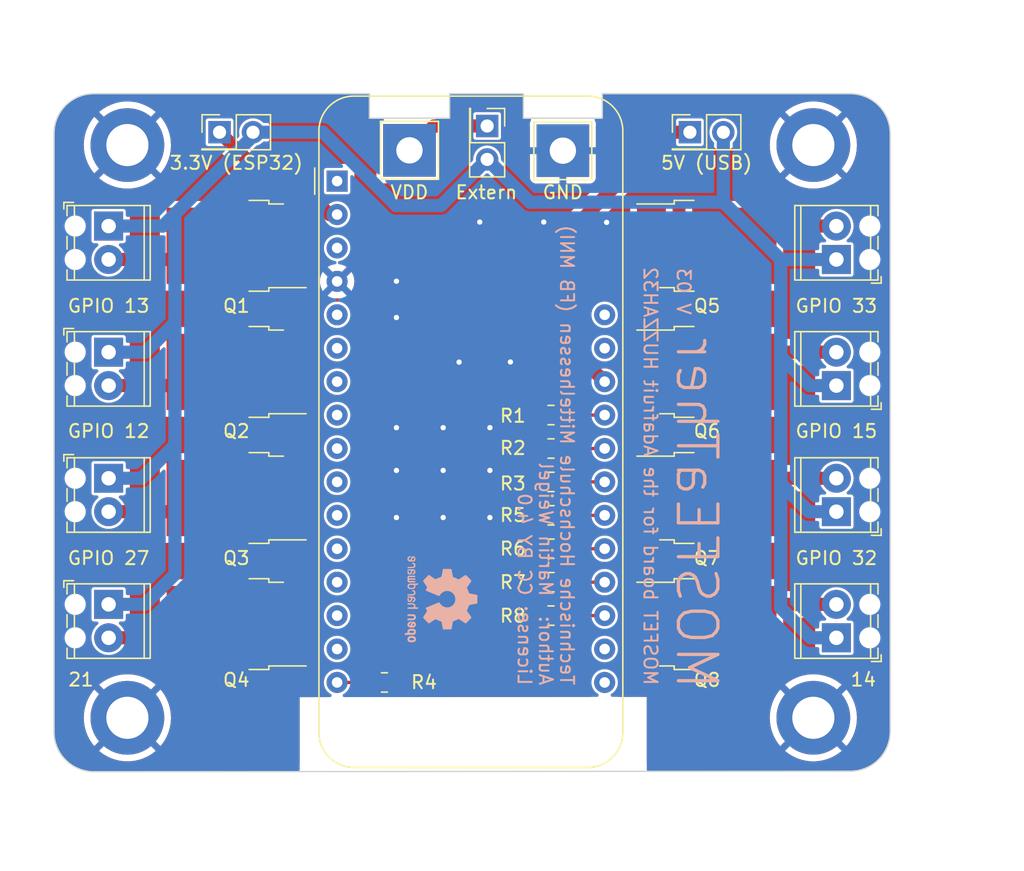
<source format=kicad_pcb>
(kicad_pcb (version 20211014) (generator pcbnew)
  (title_block (title "MOSFEaTher") (date "2022-05-07") (rev "03") (comment 1 "Author: Martin Weigel") (comment 4 "MOSFET board for the Adafruit HUZZAH32 (ESP32 Feather)"))
  (layers (0 "F.Cu" power) (31 "B.Cu" power) (34 "B.Paste" user) (35 "F.Paste" user) (36 "B.SilkS" user "B.Silkscreen") (37 "F.SilkS" user "F.Silkscreen") (38 "B.Mask" user) (39 "F.Mask" user) (44 "Edge.Cuts" user))
  (net 0 "")
  (net 2 "+3V3")
  (net 4 "GND")
  (net 16 "/PWM8")
  (net 19 "/PWM2")
  (net 20 "/PWM3")
  (net 21 "/PWM4")
  (net 22 "/PWM5")
  (net 23 "/PWM6")
  (net 24 "/PWM7")
  (net 27 "VDD")
  (net 28 "/PWM1")
  (net 29 "Net-(J1-Pad2)")
  (net 30 "Net-(J2-Pad2)")
  (net 31 "Net-(J3-Pad2)")
  (net 32 "Net-(J4-Pad2)")
  (net 33 "Net-(J5-Pad2)")
  (net 34 "Net-(J6-Pad2)")
  (net 35 "Net-(J7-Pad2)")
  (net 36 "Net-(J8-Pad2)")
  (net 37 "+5V")
  (net 38 "Net-(Q1-Pad1)")
  (net 39 "Net-(Q2-Pad1)")
  (net 40 "Net-(Q3-Pad1)")
  (net 41 "Net-(Q4-Pad1)")
  (net 42 "Net-(Q5-Pad1)")
  (net 43 "Net-(Q6-Pad1)")
  (net 44 "Net-(Q7-Pad1)")
  (net 45 "Net-(Q8-Pad1)")
  (net 46 "+12V")
  (footprint "MountingHole:MountingHole_3.2mm_M3_DIN965_Pad" (layer "F.Cu") (at 96.775 67.05)
    (fp_text reference "H1" hide)
    (fp_text value "MountingHole_Pad" hide)
    (pad "1" thru_hole circle (at 0 0) (size 5.6 5.6) (drill 3.2) (layers *.Cu *.Mask) (net 4 "GND"))
  )
  (footprint "TerminalBlock_Phoenix:TerminalBlock_Phoenix_MPT-0,5-2-2.54_1x02_P2.54mm_Horizontal" (layer "F.Cu") (at 98.525 32.22 90)
    (fp_text reference "J5" hide)
    (fp_text value "GPIO 33" (at -3.53 0 180) (layer "F.SilkS"))
    (pad "" np_thru_hole circle (at 2.54 2.54 90) (size 1.1 1.1) (drill 1.1) (layers *.Cu *.Mask))
    (pad "" np_thru_hole circle (at 0 2.54 90) (size 1.1 1.1) (drill 1.1) (layers *.Cu *.Mask))
    (pad "1" thru_hole rect (at 0 0 90) (size 2.2 2.2) (drill 1.1) (layers *.Cu *.Mask) (net 27 "VDD"))
    (pad "2" thru_hole circle (at 2.54 0 90) (size 2.2 2.2) (drill 1.1) (layers *.Cu *.Mask) (net 33 "Net-(J5-Pad2)"))
  )
  (footprint "Package_TO_SOT_SMD:TO-252-2" (layer "F.Cu") (at 88.675 40.763333)
    (fp_text reference "Q6" (at 0.025 4.5) (layer "F.SilkS"))
    (fp_text value "STD7NK40Z")
    (pad "1" smd rect (at -4.2 -2.28) (size 2.2 1.2) (layers "F.Cu" "F.Paste" "F.Mask") (net 43 "Net-(Q6-Pad1)"))
    (pad "2" smd rect (at 2.1 0) (size 6.4 5.8) (layers "F.Cu" "F.Mask") (net 34 "Net-(J6-Pad2)"))
    (pad "3" smd rect (at -4.2 2.28) (size 2.2 1.2) (layers "F.Cu" "F.Paste" "F.Mask") (net 4 "GND"))
  )
  (footprint "Resistor_SMD:R_0805_2012Metric_Pad1.20x1.40mm_HandSolder" (layer "F.Cu") (at 76.85 44.0436 180)
    (fp_text reference "R1" (at 2.9 -0.0564) (layer "F.SilkS"))
    (fp_text value "470")
    (pad "1" smd roundrect (at -1 0 180) (size 1.2 1.4) (layers "F.Cu" "F.Paste" "F.Mask") (roundrect_rratio 0.208333) (net 24 "/PWM7"))
    (pad "2" smd roundrect (at 1 0 180) (size 1.2 1.4) (layers "F.Cu" "F.Paste" "F.Mask") (roundrect_rratio 0.208333) (net 38 "Net-(Q1-Pad1)"))
  )
  (footprint "TerminalBlock_Phoenix:TerminalBlock_Phoenix_MPT-0,5-2-2.54_1x02_P2.54mm_Horizontal" (layer "F.Cu") (at 98.525 51.386666 90)
    (fp_text reference "J7" hide)
    (fp_text value "GPIO 32" (at -3.53 0 180) (layer "F.SilkS"))
    (pad "" np_thru_hole circle (at 0 2.54 90) (size 1.1 1.1) (drill 1.1) (layers *.Cu *.Mask))
    (pad "" np_thru_hole circle (at 2.54 2.54 90) (size 1.1 1.1) (drill 1.1) (layers *.Cu *.Mask))
    (pad "1" thru_hole rect (at 0 0 90) (size 2.2 2.2) (drill 1.1) (layers *.Cu *.Mask) (net 27 "VDD"))
    (pad "2" thru_hole circle (at 2.54 0 90) (size 2.2 2.2) (drill 1.1) (layers *.Cu *.Mask) (net 35 "Net-(J7-Pad2)"))
  )
  (footprint "TerminalBlock_Phoenix:TerminalBlock_Phoenix_MPT-0,5-2-2.54_1x02_P2.54mm_Horizontal" (layer "F.Cu") (at 98.525 60.97 90)
    (fp_text reference "J8" hide)
    (fp_text value "14" (at -3.18 2.05 180) (layer "F.SilkS"))
    (pad "" np_thru_hole circle (at 0 2.54 90) (size 1.1 1.1) (drill 1.1) (layers *.Cu *.Mask))
    (pad "" np_thru_hole circle (at 2.54 2.54 90) (size 1.1 1.1) (drill 1.1) (layers *.Cu *.Mask))
    (pad "1" thru_hole rect (at 0 0 90) (size 2.2 2.2) (drill 1.1) (layers *.Cu *.Mask) (net 27 "VDD"))
    (pad "2" thru_hole circle (at 2.54 0 90) (size 2.2 2.2) (drill 1.1) (layers *.Cu *.Mask) (net 36 "Net-(J8-Pad2)"))
  )
  (footprint "Module:Adafruit_Feather" (layer "F.Cu") (at 60.6044 26.2636)
    (fp_text reference "A1" hide)
    (fp_text value "Feather_HUZZAH32" hide)
    (pad "1" thru_hole rect locked (at 0 0 180) (size 1.6 1.6) (drill 0.8) (layers *.Cu *.Mask))
    (pad "2" thru_hole circle locked (at 0 2.54 180) (size 1.6 1.6) (drill 0.8) (layers *.Cu *.Mask) (net 2 "+3V3"))
    (pad "3" thru_hole circle locked (at 0 5.08 180) (size 1.6 1.6) (drill 0.8) (layers *.Cu *.Mask))
    (pad "4" thru_hole circle locked (at 0 7.62 180) (size 1.6 1.6) (drill 0.8) (layers *.Cu *.Mask) (net 4 "GND"))
    (pad "5" thru_hole circle locked (at 0 10.16 180) (size 1.6 1.6) (drill 0.8) (layers *.Cu *.Mask))
    (pad "6" thru_hole circle locked (at 0 12.7 180) (size 1.6 1.6) (drill 0.8) (layers *.Cu *.Mask))
    (pad "7" thru_hole circle locked (at 0 15.24 180) (size 1.6 1.6) (drill 0.8) (layers *.Cu *.Mask))
    (pad "8" thru_hole circle locked (at 0 17.78 180) (size 1.6 1.6) (drill 0.8) (layers *.Cu *.Mask))
    (pad "9" thru_hole circle locked (at 0 20.32 180) (size 1.6 1.6) (drill 0.8) (layers *.Cu *.Mask))
    (pad "10" thru_hole circle locked (at 0 22.86 180) (size 1.6 1.6) (drill 0.8) (layers *.Cu *.Mask))
    (pad "11" thru_hole circle locked (at 0 25.4 180) (size 1.6 1.6) (drill 0.8) (layers *.Cu *.Mask))
    (pad "12" thru_hole circle locked (at 0 27.94 180) (size 1.6 1.6) (drill 0.8) (layers *.Cu *.Mask))
    (pad "13" thru_hole circle locked (at 0 30.48 180) (size 1.6 1.6) (drill 0.8) (layers *.Cu *.Mask))
    (pad "14" thru_hole circle locked (at 0 33.02 180) (size 1.6 1.6) (drill 0.8) (layers *.Cu *.Mask))
    (pad "15" thru_hole circle locked (at 0 35.56 180) (size 1.6 1.6) (drill 0.8) (layers *.Cu *.Mask))
    (pad "16" thru_hole circle locked (at 0 38.1 180) (size 1.6 1.6) (drill 0.8) (layers *.Cu *.Mask) (net 16 "/PWM8"))
    (pad "17" thru_hole circle locked (at 20.32 38.1 180) (size 1.6 1.6) (drill 0.8) (layers *.Cu *.Mask))
    (pad "18" thru_hole circle locked (at 20.32 35.56 180) (size 1.6 1.6) (drill 0.8) (layers *.Cu *.Mask))
    (pad "19" thru_hole circle locked (at 20.32 33.02 180) (size 1.6 1.6) (drill 0.8) (layers *.Cu *.Mask) (net 28 "/PWM1"))
    (pad "20" thru_hole circle locked (at 20.32 30.48 180) (size 1.6 1.6) (drill 0.8) (layers *.Cu *.Mask) (net 19 "/PWM2"))
    (pad "21" thru_hole circle locked (at 20.32 27.94 180) (size 1.6 1.6) (drill 0.8) (layers *.Cu *.Mask) (net 20 "/PWM3"))
    (pad "22" thru_hole circle locked (at 20.32 25.4 180) (size 1.6 1.6) (drill 0.8) (layers *.Cu *.Mask) (net 21 "/PWM4"))
    (pad "23" thru_hole circle locked (at 20.32 22.86 180) (size 1.6 1.6) (drill 0.8) (layers *.Cu *.Mask) (net 22 "/PWM5"))
    (pad "24" thru_hole circle locked (at 20.32 20.32 180) (size 1.6 1.6) (drill 0.8) (layers *.Cu *.Mask) (net 23 "/PWM6"))
    (pad "25" thru_hole circle locked (at 20.32 17.78 180) (size 1.6 1.6) (drill 0.8) (layers *.Cu *.Mask) (net 24 "/PWM7"))
    (pad "26" thru_hole circle locked (at 20.32 15.24 180) (size 1.6 1.6) (drill 0.8) (layers *.Cu *.Mask) (net 37 "+5V"))
    (pad "27" thru_hole circle locked (at 20.32 12.7 180) (size 1.6 1.6) (drill 0.8) (layers *.Cu *.Mask))
    (pad "28" thru_hole circle locked (at 20.32 10.16 180) (size 1.6 1.6) (drill 0.8) (layers *.Cu *.Mask))
  )
  (footprint "Package_TO_SOT_SMD:TO-252-2" (layer "F.Cu") (at 88.675 50.346666)
    (fp_text reference "Q7" (at 0.025 4.57) (layer "F.SilkS"))
    (fp_text value "STD7NK40Z")
    (pad "1" smd rect (at -4.2 -2.28) (size 2.2 1.2) (layers "F.Cu" "F.Paste" "F.Mask") (net 44 "Net-(Q7-Pad1)"))
    (pad "2" smd rect (at 2.1 0) (size 6.4 5.8) (layers "F.Cu" "F.Mask") (net 35 "Net-(J7-Pad2)"))
    (pad "3" smd rect (at -4.2 2.28) (size 2.2 1.2) (layers "F.Cu" "F.Paste" "F.Mask") (net 4 "GND"))
  )
  (footprint "Resistor_SMD:R_0805_2012Metric_Pad1.20x1.40mm_HandSolder" (layer "F.Cu") (at 76.85 46.5836 180)
    (fp_text reference "R2" (at 2.9 0.0336) (layer "F.SilkS"))
    (fp_text value "470")
    (pad "1" smd roundrect (at -1 0 180) (size 1.2 1.4) (layers "F.Cu" "F.Paste" "F.Mask") (roundrect_rratio 0.208333) (net 23 "/PWM6"))
    (pad "2" smd roundrect (at 1 0 180) (size 1.2 1.4) (layers "F.Cu" "F.Paste" "F.Mask") (roundrect_rratio 0.208333) (net 39 "Net-(Q2-Pad1)"))
  )
  (footprint "MountingHole:MountingHole_3.2mm_M3_DIN965_Pad" (layer "F.Cu") (at 44.675 67.05)
    (fp_text reference "H2" hide)
    (fp_text value "MountingHole_Pad" hide)
    (pad "1" thru_hole circle (at 0 0) (size 5.6 5.6) (drill 3.2) (layers *.Cu *.Mask) (net 4 "GND"))
  )
  (footprint "TerminalBlock_Phoenix:TerminalBlock_Phoenix_MPT-0,5-2-2.54_1x02_P2.54mm_Horizontal" (layer "F.Cu") (at 43.25 39.263333 -90)
    (fp_text reference "J2" hide)
    (fp_text value "GPIO 12" (at 6 0 180) (layer "F.SilkS"))
    (pad "" np_thru_hole circle (at 0 2.54 270) (size 1.1 1.1) (drill 1.1) (layers *.Cu *.Mask))
    (pad "" np_thru_hole circle (at 2.54 2.54 270) (size 1.1 1.1) (drill 1.1) (layers *.Cu *.Mask))
    (pad "1" thru_hole rect (at 0 0 270) (size 2.2 2.2) (drill 1.1) (layers *.Cu *.Mask) (net 27 "VDD"))
    (pad "2" thru_hole circle (at 2.54 0 270) (size 2.2 2.2) (drill 1.1) (layers *.Cu *.Mask) (net 30 "Net-(J2-Pad2)"))
  )
  (footprint "TestPoint:TestPoint_THTPad_4.0x4.0mm_Drill2.0mm" (layer "F.Cu") (at 77.75 23.95)
    (fp_text reference "H6" hide)
    (fp_text value "GND" (at 0 3.17 180) (layer "F.SilkS"))
    (pad "1" thru_hole rect (at 0 0) (size 4 4) (drill 2) (layers *.Cu *.Mask) (net 4 "GND"))
  )
  (footprint "MountingHole:MountingHole_3.2mm_M3_DIN965_Pad" (layer "F.Cu") (at 96.775 23.525)
    (fp_text reference "H3" hide)
    (fp_text value "MountingHole_Pad" hide)
    (pad "1" thru_hole circle (at 0 0) (size 5.6 5.6) (drill 3.2) (layers *.Cu *.Mask) (net 4 "GND"))
  )
  (footprint "Resistor_SMD:R_0805_2012Metric_Pad1.20x1.40mm_HandSolder" (layer "F.Cu") (at 76.85 49.1236 180)
    (fp_text reference "R3" (at 2.9 -0.1264) (layer "F.SilkS"))
    (fp_text value "470")
    (pad "1" smd roundrect (at -1 0 180) (size 1.2 1.4) (layers "F.Cu" "F.Paste" "F.Mask") (roundrect_rratio 0.208333) (net 22 "/PWM5"))
    (pad "2" smd roundrect (at 1 0 180) (size 1.2 1.4) (layers "F.Cu" "F.Paste" "F.Mask") (roundrect_rratio 0.208333) (net 40 "Net-(Q3-Pad1)"))
  )
  (footprint "Connector_PinHeader_2.54mm:PinHeader_2x01_P2.54mm_Vertical" (layer "F.Cu") (at 87.4 22.55)
    (fp_text reference "JP2" hide)
    (fp_text value "5V (USB)" (at 1.27 2.33) (layer "F.SilkS"))
    (pad "1" thru_hole rect (at 0 0) (size 1.7 1.7) (drill 1) (layers *.Cu *.Mask) (net 37 "+5V"))
    (pad "2" thru_hole oval (at 2.54 0) (size 1.7 1.7) (drill 1) (layers *.Cu *.Mask) (net 27 "VDD"))
  )
  (footprint "MountingHole:MountingHole_3.2mm_M3_DIN965_Pad" (layer "F.Cu") (at 44.675 23.525)
    (fp_text reference "H4" hide)
    (fp_text value "MountingHole_Pad" hide)
    (pad "1" thru_hole circle (at 0 0) (size 5.6 5.6) (drill 3.2) (layers *.Cu *.Mask) (net 4 "GND"))
  )
  (footprint "Connector_PinHeader_2.54mm:PinHeader_2x01_P2.54mm_Vertical" (layer "F.Cu") (at 72 22.075 -90)
    (fp_text reference "JP3" hide)
    (fp_text value "Extern" (at 5.045 0.06 180) (layer "F.SilkS"))
    (pad "1" thru_hole rect (at 0 0 270) (size 1.7 1.7) (drill 1) (layers *.Cu *.Mask) (net 46 "+12V"))
    (pad "2" thru_hole oval (at 2.54 0 270) (size 1.7 1.7) (drill 1) (layers *.Cu *.Mask) (net 27 "VDD"))
  )
  (footprint "Resistor_SMD:R_0805_2012Metric_Pad1.20x1.40mm_HandSolder" (layer "F.Cu") (at 64.2 64.3636)
    (fp_text reference "R4" (at 3 -0.0136) (layer "F.SilkS"))
    (fp_text value "470")
    (pad "1" smd roundrect (at -1 0) (size 1.2 1.4) (layers "F.Cu" "F.Paste" "F.Mask") (roundrect_rratio 0.208333) (net 16 "/PWM8"))
    (pad "2" smd roundrect (at 1 0) (size 1.2 1.4) (layers "F.Cu" "F.Paste" "F.Mask") (roundrect_rratio 0.208333) (net 41 "Net-(Q4-Pad1)"))
  )
  (footprint "Resistor_SMD:R_0805_2012Metric_Pad1.20x1.40mm_HandSolder" (layer "F.Cu") (at 76.85 54.2036 180)
    (fp_text reference "R6" (at 2.9 0.0036) (layer "F.SilkS"))
    (fp_text value "470")
    (pad "1" smd roundrect (at -1 0 180) (size 1.2 1.4) (layers "F.Cu" "F.Paste" "F.Mask") (roundrect_rratio 0.208333) (net 20 "/PWM3"))
    (pad "2" smd roundrect (at 1 0 180) (size 1.2 1.4) (layers "F.Cu" "F.Paste" "F.Mask") (roundrect_rratio 0.208333) (net 43 "Net-(Q6-Pad1)"))
  )
  (footprint "Package_TO_SOT_SMD:TO-252-2" (layer "F.Cu") (at 52.95 31.18 180)
    (fp_text reference "Q1" (at 0 -4.57) (layer "F.SilkS"))
    (fp_text value "STD7NK40Z")
    (pad "1" smd rect (at -4.2 -2.28 180) (size 2.2 1.2) (layers "F.Cu" "F.Paste" "F.Mask") (net 38 "Net-(Q1-Pad1)"))
    (pad "2" smd rect (at 2.1 0 180) (size 6.4 5.8) (layers "F.Cu" "F.Mask") (net 29 "Net-(J1-Pad2)"))
    (pad "3" smd rect (at -4.2 2.28 180) (size 2.2 1.2) (layers "F.Cu" "F.Paste" "F.Mask") (net 4 "GND"))
  )
  (footprint "Package_TO_SOT_SMD:TO-252-2" (layer "F.Cu") (at 88.675 31.18)
    (fp_text reference "Q5" (at 0.025 4.57) (layer "F.SilkS"))
    (fp_text value "STD7NK40Z")
    (pad "1" smd rect (at -4.2 -2.28) (size 2.2 1.2) (layers "F.Cu" "F.Paste" "F.Mask") (net 42 "Net-(Q5-Pad1)"))
    (pad "2" smd rect (at 2.1 0) (size 6.4 5.8) (layers "F.Cu" "F.Mask") (net 33 "Net-(J5-Pad2)"))
    (pad "3" smd rect (at -4.2 2.28) (size 2.2 1.2) (layers "F.Cu" "F.Paste" "F.Mask") (net 4 "GND"))
  )
  (footprint "TerminalBlock_Phoenix:TerminalBlock_Phoenix_MPT-0,5-2-2.54_1x02_P2.54mm_Horizontal" (layer "F.Cu") (at 43.25 29.68 -90)
    (fp_text reference "J1" hide)
    (fp_text value "GPIO 13" (at 6.07 0 unlocked) (layer "F.SilkS"))
    (pad "" np_thru_hole circle (at 0 2.54 270) (size 1.1 1.1) (drill 1.1) (layers *.Cu *.Mask))
    (pad "" np_thru_hole circle (at 2.54 2.54 270) (size 1.1 1.1) (drill 1.1) (layers *.Cu *.Mask))
    (pad "1" thru_hole rect (at 0 0 270) (size 2.2 2.2) (drill 1.1) (layers *.Cu *.Mask) (net 27 "VDD"))
    (pad "2" thru_hole circle (at 2.54 0 270) (size 2.2 2.2) (drill 1.1) (layers *.Cu *.Mask) (net 29 "Net-(J1-Pad2)"))
  )
  (footprint "Resistor_SMD:R_0805_2012Metric_Pad1.20x1.40mm_HandSolder" (layer "F.Cu") (at 76.85 51.6636 180)
    (fp_text reference "R5" (at 2.9 0.0136) (layer "F.SilkS"))
    (fp_text value "470")
    (pad "1" smd roundrect (at -1 0 180) (size 1.2 1.4) (layers "F.Cu" "F.Paste" "F.Mask") (roundrect_rratio 0.208333) (net 21 "/PWM4"))
    (pad "2" smd roundrect (at 1 0 180) (size 1.2 1.4) (layers "F.Cu" "F.Paste" "F.Mask") (roundrect_rratio 0.208333) (net 42 "Net-(Q5-Pad1)"))
  )
  (footprint "Resistor_SMD:R_0805_2012Metric_Pad1.20x1.40mm_HandSolder" (layer "F.Cu") (at 76.85 56.7436 180)
    (fp_text reference "R7" (at 2.9 -0.0064) (layer "F.SilkS"))
    (fp_text value "470")
    (pad "1" smd roundrect (at -1 0 180) (size 1.2 1.4) (layers "F.Cu" "F.Paste" "F.Mask") (roundrect_rratio 0.208333) (net 19 "/PWM2"))
    (pad "2" smd roundrect (at 1 0 180) (size 1.2 1.4) (layers "F.Cu" "F.Paste" "F.Mask") (roundrect_rratio 0.208333) (net 44 "Net-(Q7-Pad1)"))
  )
  (footprint "Package_TO_SOT_SMD:TO-252-2" (layer "F.Cu") (at 52.95 50.346666 180)
    (fp_text reference "Q3" (at 0 -4.57) (layer "F.SilkS"))
    (fp_text value "STD7NK40Z")
    (pad "1" smd rect (at -4.2 -2.28 180) (size 2.2 1.2) (layers "F.Cu" "F.Paste" "F.Mask") (net 40 "Net-(Q3-Pad1)"))
    (pad "2" smd rect (at 2.1 0 180) (size 6.4 5.8) (layers "F.Cu" "F.Mask") (net 31 "Net-(J3-Pad2)"))
    (pad "3" smd rect (at -4.2 2.28 180) (size 2.2 1.2) (layers "F.Cu" "F.Paste" "F.Mask") (net 4 "GND"))
  )
  (footprint "TestPoint:TestPoint_THTPad_4.0x4.0mm_Drill2.0mm" (layer "F.Cu") (at 66.1 23.925)
    (fp_text reference "H5" hide)
    (fp_text value "VDD" (at 0 3.195) (layer "F.SilkS"))
    (pad "1" thru_hole rect locked (at 0 0) (size 4 4) (drill 2) (layers *.Cu *.Mask) (net 46 "+12V"))
  )
  (footprint "Package_TO_SOT_SMD:TO-252-2" (layer "F.Cu") (at 52.95 59.93 180)
    (fp_text reference "Q4" (at 0 -4.245) (layer "F.SilkS"))
    (fp_text value "STD7NK40Z")
    (pad "1" smd rect (at -4.2 -2.28 180) (size 2.2 1.2) (layers "F.Cu" "F.Paste" "F.Mask") (net 41 "Net-(Q4-Pad1)"))
    (pad "2" smd rect (at 2.1 0 180) (size 6.4 5.8) (layers "F.Cu" "F.Mask") (net 32 "Net-(J4-Pad2)"))
    (pad "3" smd rect (at -4.2 2.28 180) (size 2.2 1.2) (layers "F.Cu" "F.Paste" "F.Mask") (net 4 "GND"))
  )
  (footprint "Package_TO_SOT_SMD:TO-252-2" (layer "F.Cu") (at 52.95 40.763333 180)
    (fp_text reference "Q2" (at 0 -4.5) (layer "F.SilkS"))
    (fp_text value "STD7NK40Z")
    (pad "1" smd rect (at -4.2 -2.28 180) (size 2.2 1.2) (layers "F.Cu" "F.Paste" "F.Mask") (net 39 "Net-(Q2-Pad1)"))
    (pad "2" smd rect (at 2.1 0 180) (size 6.4 5.8) (layers "F.Cu" "F.Mask") (net 30 "Net-(J2-Pad2)"))
    (pad "3" smd rect (at -4.2 2.28 180) (size 2.2 1.2) (layers "F.Cu" "F.Paste" "F.Mask") (net 4 "GND"))
  )
  (footprint "Connector_PinHeader_2.54mm:PinHeader_2x01_P2.54mm_Vertical" (layer "F.Cu") (at 51.675 22.55)
    (fp_text reference "JP1" hide)
    (fp_text value "3.3V (ESP32)" (at 1.27 2.33) (layer "F.SilkS"))
    (pad "1" thru_hole rect (at 0 0) (size 1.7 1.7) (drill 1) (layers *.Cu *.Mask) (net 2 "+3V3"))
    (pad "2" thru_hole oval (at 2.54 0) (size 1.7 1.7) (drill 1) (layers *.Cu *.Mask) (net 27 "VDD"))
  )
  (footprint "Package_TO_SOT_SMD:TO-252-2" (layer "F.Cu") (at 88.675 59.93)
    (fp_text reference "Q8" (at 0.025 4.245) (layer "F.SilkS"))
    (fp_text value "STD7NK40Z")
    (pad "1" smd rect (at -4.2 -2.28) (size 2.2 1.2) (layers "F.Cu" "F.Paste" "F.Mask") (net 45 "Net-(Q8-Pad1)"))
    (pad "2" smd rect (at 2.1 0) (size 6.4 5.8) (layers "F.Cu" "F.Mask") (net 36 "Net-(J8-Pad2)"))
    (pad "3" smd rect (at -4.2 2.28) (size 2.2 1.2) (layers "F.Cu" "F.Paste" "F.Mask") (net 4 "GND"))
  )
  (footprint "TerminalBlock_Phoenix:TerminalBlock_Phoenix_MPT-0,5-2-2.54_1x02_P2.54mm_Horizontal" (layer "F.Cu") (at 43.25 58.43 -90)
    (fp_text reference "J4" hide)
    (fp_text value "21" (at 5.72 2.1 180) (layer "F.SilkS"))
    (pad "" np_thru_hole circle (at 0 2.54 270) (size 1.1 1.1) (drill 1.1) (layers *.Cu *.Mask))
    (pad "" np_thru_hole circle (at 2.54 2.54 270) (size 1.1 1.1) (drill 1.1) (layers *.Cu *.Mask))
    (pad "1" thru_hole rect (at 0 0 270) (size 2.2 2.2) (drill 1.1) (layers *.Cu *.Mask) (net 27 "VDD"))
    (pad "2" thru_hole circle (at 2.54 0 270) (size 2.2 2.2) (drill 1.1) (layers *.Cu *.Mask) (net 32 "Net-(J4-Pad2)"))
  )
  (footprint "TerminalBlock_Phoenix:TerminalBlock_Phoenix_MPT-0,5-2-2.54_1x02_P2.54mm_Horizontal" (layer "F.Cu") (at 43.25 48.846666 -90)
    (fp_text reference "J3" hide)
    (fp_text value "GPIO 27" (at 6.07 0 180) (layer "F.SilkS"))
    (pad "" np_thru_hole circle (at 2.54 2.54 270) (size 1.1 1.1) (drill 1.1) (layers *.Cu *.Mask))
    (pad "" np_thru_hole circle (at 0 2.54 270) (size 1.1 1.1) (drill 1.1) (layers *.Cu *.Mask))
    (pad "1" thru_hole rect (at 0 0 270) (size 2.2 2.2) (drill 1.1) (layers *.Cu *.Mask) (net 27 "VDD"))
    (pad "2" thru_hole circle (at 2.54 0 270) (size 2.2 2.2) (drill 1.1) (layers *.Cu *.Mask) (net 31 "Net-(J3-Pad2)"))
  )
  (footprint "Resistor_SMD:R_0805_2012Metric_Pad1.20x1.40mm_HandSolder" (layer "F.Cu") (at 76.85 59.2836 180)
    (fp_text reference "R8" (at 2.9 -0.0164) (layer "F.SilkS"))
    (fp_text value "470")
    (pad "1" smd roundrect (at -1 0 180) (size 1.2 1.4) (layers "F.Cu" "F.Paste" "F.Mask") (roundrect_rratio 0.208333) (net 28 "/PWM1"))
    (pad "2" smd roundrect (at 1 0 180) (size 1.2 1.4) (layers "F.Cu" "F.Paste" "F.Mask") (roundrect_rratio 0.208333) (net 45 "Net-(Q8-Pad1)"))
  )
  (footprint "TerminalBlock_Phoenix:TerminalBlock_Phoenix_MPT-0,5-2-2.54_1x02_P2.54mm_Horizontal" (layer "F.Cu") (at 98.525 41.803333 90)
    (fp_text reference "J6" hide)
    (fp_text value "GPIO 15" (at -3.46 0 180) (layer "F.SilkS"))
    (pad "" np_thru_hole circle (at 2.54 2.54 90) (size 1.1 1.1) (drill 1.1) (layers *.Cu *.Mask))
    (pad "" np_thru_hole circle (at 0 2.54 90) (size 1.1 1.1) (drill 1.1) (layers *.Cu *.Mask))
    (pad "1" thru_hole rect (at 0 0 90) (size 2.2 2.2) (drill 1.1) (layers *.Cu *.Mask) (net 27 "VDD"))
    (pad "2" thru_hole circle (at 2.54 0 90) (size 2.2 2.2) (drill 1.1) (layers *.Cu *.Mask) (net 34 "Net-(J6-Pad2)"))
  )
  (footprint "Symbol:OSHW-Logo2_7.3x6mm_SilkScreen" (layer "B.Cu") (at 68.5 58.036021 90)
    (fp_text reference "REF**" hide)
    (fp_text value "OSHW-Logo2_7.3x6mm_SilkScreen" hide)
  )
  (gr_arc (start 42.1 71.1454) (mid 39.964308 70.23202) (end 39.1 68.076002) (layer "Edge.Cuts") (width 0.1))
  (gr_line (start 74.75 19.620926) (end 69.15 19.620926) (layer "Edge.Cuts") (width 0.1))
  (gr_line (start 69.15 21.479074) (end 63.058148 21.479074) (layer "Edge.Cuts") (width 0.1))
  (gr_line (start 63.058148 19.622296) (end 63.058148 21.479074) (layer "Edge.Cuts") (width 0.1))
  (gr_line (start 80.741852 19.622296) (end 99.614308 19.622296) (layer "Edge.Cuts") (width 0.1))
  (gr_line (start 74.75 19.620926) (end 74.75 21.479074) (layer "Edge.Cuts") (width 0.1))
  (gr_arc (start 39.099804 22.622296) (mid 40.013184 20.486604) (end 42.169202 19.622296) (layer "Edge.Cuts") (width 0.1))
  (gr_arc (start 102.614506 68.109724) (mid 101.701126 70.245416) (end 99.545108 71.109724) (layer "Edge.Cuts") (width 0.1))
  (gr_line (start 80.741852 19.622296) (end 80.741852 21.479074) (layer "Edge.Cuts") (width 0.1))
  (gr_line (start 99.545108 71.109724) (end 42.1 71.1454) (layer "Edge.Cuts") (width 0.1))
  (gr_line (start 39.1 68.076002) (end 39.099804 22.622296) (layer "Edge.Cuts") (width 0.1))
  (gr_line (start 42.169202 19.622296) (end 63.058148 19.622296) (layer "Edge.Cuts") (width 0.1))
  (gr_line (start 80.741852 21.479074) (end 74.75 21.479074) (layer "Edge.Cuts") (width 0.1))
  (gr_arc (start 99.614308 19.622296) (mid 101.75 20.535676) (end 102.614308 22.691694) (layer "Edge.Cuts") (width 0.1))
  (gr_line (start 102.614308 22.691694) (end 102.614506 68.109724) (layer "Edge.Cuts") (width 0.1))
  (gr_line (start 69.15 19.620926) (end 69.15 21.479074) (layer "Edge.Cuts") (width 0.1))
  (gr_text "V 03" (at 86.925 36.505572 270) (layer "B.SilkS") (effects (font (size 1 1)) (justify left mirror)))
  (gr_text "MOSFET board for the Adafruit HUZZAH32" (at 84.4 64.661021 270) (layer "B.SilkS") (effects (font (size 1 1)) (justify left mirror)))
  (gr_text "Technische Hochschule Mittelhessen (FB MNI)\nAuthor:  Martin Weigel\nLicense: CC BY 4.0" (at 76.45 64.661021 270) (layer "B.SilkS") (effects (font (size 1 1)) (justify left mirror)))
  (gr_text "MOSFEaTher" (at 87.9 65.111021 270) (layer "B.SilkS") (effects (font (size 3 3) (thickness 0.25)) (justify left mirror)))
  (segment (start 55.854889 26.729889) (end 57.954889 26.729889) (width 1) (layer "F.Cu") (net 2))
  (segment (start 60.0286 28.8036) (end 60.6044 28.8036) (width 1) (layer "F.Cu") (net 2))
  (segment (start 51.675 22.55) (end 55.854889 26.729889) (width 1) (layer "F.Cu") (net 2))
  (segment (start 57.954889 26.729889) (end 60.0286 28.8036) (width 1) (layer "F.Cu") (net 2))
  (via (at 76.298579 29.375) (size 0.8) (drill 0.4) (layers "F.Cu" "B.Cu") (net 4))
  (via (at 68.66 51.83) (size 0.8) (drill 0.4) (layers "F.Cu" "B.Cu") (net 4))
  (via (at 68.66 45) (size 0.8) (drill 0.4) (layers "F.Cu" "B.Cu") (net 4))
  (via (at 68.66 48.25) (size 0.8) (drill 0.4) (layers "F.Cu" "B.Cu") (net 4))
  (via (at 69.87 40.02) (size 0.8) (drill 0.4) (layers "F.Cu" "B.Cu") (net 4))
  (via (at 72.21 48.25) (size 0.8) (drill 0.4) (layers "F.Cu" "B.Cu") (net 4))
  (via (at 65.11 51.83) (size 0.8) (drill 0.4) (layers "F.Cu" "B.Cu") (net 4))
  (via (at 72.21 45) (size 0.8) (drill 0.4) (layers "F.Cu" "B.Cu") (net 4))
  (via (at 65.11 45) (size 0.8) (drill 0.4) (layers "F.Cu" "B.Cu") (net 4))
  (via (at 71.43827 29.375) (size 0.8) (drill 0.4) (layers "F.Cu" "B.Cu") (net 4))
  (via (at 65.11 33.87) (size 0.8) (drill 0.4) (layers "F.Cu" "B.Cu") (net 4))
  (via (at 73.766822 40.01) (size 0.8) (drill 0.4) (layers "F.Cu" "B.Cu") (net 4))
  (via (at 72.21 51.83) (size 0.8) (drill 0.4) (layers "F.Cu" "B.Cu") (net 4))
  (via (at 81.075 29.4) (size 0.8) (drill 0.4) (layers "F.Cu" "B.Cu") (net 4))
  (via (at 65.11 48.25) (size 0.8) (drill 0.4) (layers "F.Cu" "B.Cu") (net 4))
  (via (at 65.11 36.63) (size 0.8) (drill 0.4) (layers "F.Cu" "B.Cu") (net 4))
  (segment (start 60.6044 64.3636) (end 63.2 64.3636) (width 0.25) (layer "F.Cu") (net 16))
  (segment (start 80.9244 56.7436) (end 77.85 56.7436) (width 0.25) (layer "F.Cu") (net 19))
  (segment (start 80.9244 54.2036) (end 77.85 54.2036) (width 0.25) (layer "F.Cu") (net 20))
  (segment (start 80.9244 51.6636) (end 77.85 51.6636) (width 0.25) (layer "F.Cu") (net 21))
  (segment (start 80.9244 49.1236) (end 77.85 49.1236) (width 0.25) (layer "F.Cu") (net 22))
  (segment (start 80.9244 46.5836) (end 77.85 46.5836) (width 0.25) (layer "F.Cu") (net 23))
  (segment (start 80.9244 44.0436) (end 77.85 44.0436) (width 0.25) (layer "F.Cu") (net 24))
  (segment (start 94.295 49.245) (end 96.436666 51.386666) (width 1) (layer "B.Cu") (net 27))
  (segment (start 94.295 39.595) (end 96.503333 41.803333) (width 1) (layer "B.Cu") (net 27))
  (segment (start 48.287081 28.762919) (end 47.37 29.68) (width 1) (layer "B.Cu") (net 27))
  (segment (start 48.287081 35.962919) (end 48.287081 28.762919) (width 1) (layer "B.Cu") (net 27))
  (segment (start 48.287081 28.762919) (end 54.215 22.835) (width 1) (layer "B.Cu") (net 27))
  (segment (start 94.295 37.895) (end 94.295 39.595) (width 1) (layer "B.Cu") (net 27))
  (segment (start 48.287081 46.312919) (end 45.753334 48.846666) (width 1) (layer "B.Cu") (net 27))
  (segment (start 48.287081 35.962919) (end 48.287081 44.237919) (width 1) (layer "B.Cu") (net 27))
  (segment (start 94.295 37.895) (end 94.295 48.57) (width 1) (layer "B.Cu") (net 27))
  (segment (start 48.287081 44.237919) (end 48.287081 56.137919) (width 1) (layer "B.Cu") (net 27))
  (segment (start 48.287081 44.237919) (end 48.287081 46.312919) (width 1) (layer "B.Cu") (net 27))
  (segment (start 94.295 58.695) (end 96.57 60.97) (width 1) (layer "B.Cu") (net 27))
  (segment (start 75.25 27.865) (end 72 24.615) (width 1) (layer "B.Cu") (net 27))
  (segment (start 68.495 28.12) (end 72 24.615) (width 1) (layer "B.Cu") (net 27))
  (segment (start 96.57 60.97) (end 98.525 60.97) (width 1) (layer "B.Cu") (net 27))
  (segment (start 65.09 28.12) (end 68.495 28.12) (width 1) (layer "B.Cu") (net 27))
  (segment (start 48.287081 56.137919) (end 45.995 58.43) (width 1) (layer "B.Cu") (net 27))
  (segment (start 94.295 32.22) (end 98.525 32.22) (width 1) (layer "B.Cu") (net 27))
  (segment (start 48.287081 37.012919) (end 46.036667 39.263333) (width 1) (layer "B.Cu") (net 27))
  (segment (start 89.94 27.865) (end 94.295 32.22) (width 1) (layer "B.Cu") (net 27))
  (segment (start 54.215 22.55) (end 59.52 22.55) (width 1) (layer "B.Cu") (net 27))
  (segment (start 96.503333 41.803333) (end 98.525 41.803333) (width 1) (layer "B.Cu") (net 27))
  (segment (start 47.37 29.68) (end 43.25 29.68) (width 1) (layer "B.Cu") (net 27))
  (segment (start 45.753334 48.846666) (end 43.25 48.846666) (width 1) (layer "B.Cu") (net 27))
  (segment (start 94.295 48.57) (end 94.295 58.695) (width 1) (layer "B.Cu") (net 27))
  (segment (start 94.295 32.22) (end 94.295 37.895) (width 1) (layer "B.Cu") (net 27))
  (segment (start 48.287081 35.962919) (end 48.287081 37.012919) (width 1) (layer "B.Cu") (net 27))
  (segment (start 75.25 27.865) (end 89.94 27.865) (width 1) (layer "B.Cu") (net 27))
  (segment (start 89.94 27.865) (end 89.94 22.55) (width 1) (layer "B.Cu") (net 27))
  (segment (start 46.036667 39.263333) (end 43.25 39.263333) (width 1) (layer "B.Cu") (net 27))
  (segment (start 96.436666 51.386666) (end 98.525 51.386666) (width 1) (layer "B.Cu") (net 27))
  (segment (start 59.52 22.55) (end 65.09 28.12) (width 1) (layer "B.Cu") (net 27))
  (segment (start 45.995 58.43) (end 43.25 58.43) (width 1) (layer "B.Cu") (net 27))
  (segment (start 94.295 48.57) (end 94.295 49.245) (width 1) (layer "B.Cu") (net 27))
  (segment (start 54.215 22.835) (end 54.215 22.55) (width 1) (layer "B.Cu") (net 27))
  (segment (start 80.9244 59.2836) (end 77.85 59.2836) (width 0.25) (layer "F.Cu") (net 28))
  (segment (start 49.81 32.22) (end 50.85 31.18) (width 1) (layer "F.Cu") (net 29))
  (segment (start 43.25 32.22) (end 49.81 32.22) (width 1) (layer "F.Cu") (net 29))
  (segment (start 49.81 41.803333) (end 50.85 40.763333) (width 1) (layer "F.Cu") (net 30))
  (segment (start 43.25 41.803333) (end 49.81 41.803333) (width 1) (layer "F.Cu") (net 30))
  (segment (start 49.81 51.386666) (end 50.85 50.346666) (width 1) (layer "F.Cu") (net 31))
  (segment (start 43.25 51.386666) (end 49.81 51.386666) (width 1) (layer "F.Cu") (net 31))
  (segment (start 43.25 60.97) (end 49.81 60.97) (width 1) (layer "F.Cu") (net 32))
  (segment (start 49.81 60.97) (end 50.85 59.93) (width 1) (layer "F.Cu") (net 32))
  (segment (start 98.525 29.68) (end 92.275 29.68) (width 1) (layer "F.Cu") (net 33))
  (segment (start 92.275 29.68) (end 90.775 31.18) (width 1) (layer "F.Cu") (net 33))
  (segment (start 98.525 39.263333) (end 92.275 39.263333) (width 1) (layer "F.Cu") (net 34))
  (segment (start 92.275 39.263333) (end 90.775 40.763333) (width 1) (layer "F.Cu") (net 34))
  (segment (start 98.525 48.846666) (end 92.275 48.846666) (width 1) (layer "F.Cu") (net 35))
  (segment (start 92.275 48.846666) (end 90.775 50.346666) (width 1) (layer "F.Cu") (net 35))
  (segment (start 92.275 58.43) (end 90.775 59.93) (width 1) (layer "F.Cu") (net 36))
  (segment (start 98.525 58.43) (end 92.275 58.43) (width 1) (layer "F.Cu") (net 36))
  (segment (start 78.575 39.1542) (end 80.9244 41.5036) (width 1) (layer "F.Cu") (net 37))
  (segment (start 87.4 22.55) (end 85.825 22.55) (width 1) (layer "F.Cu") (net 37))
  (segment (start 78.575 29.8) (end 78.575 39.1542) (width 1) (layer "F.Cu") (net 37))
  (segment (start 85.825 22.55) (end 78.575 29.8) (width 1) (layer "F.Cu") (net 37))
  (segment (start 58.989089 35.299089) (end 67.105489 35.299089) (width 0.25) (layer "F.Cu") (net 38))
  (segment (start 58.989089 35.299089) (end 57.15 33.46) (width 0.25) (layer "F.Cu") (net 38))
  (segment (start 75.85 44.0436) (end 67.105489 35.299089) (width 0.25) (layer "F.Cu") (net 38))
  (segment (start 75.85 46.5836) (end 62.4836 46.5836) (width 0.25) (layer "F.Cu") (net 39))
  (segment (start 59.274778 45.168111) (end 57.15 43.043333) (width 0.25) (layer "F.Cu") (net 39))
  (segment (start 62.4836 46.5836) (end 61.068111 45.168111) (width 0.25) (layer "F.Cu") (net 39))
  (segment (start 61.068111 45.168111) (end 59.274778 45.168111) (width 0.25) (layer "F.Cu") (net 39))
  (segment (start 74.725489 50.248111) (end 59.528555 50.248111) (width 0.25) (layer "F.Cu") (net 40))
  (segment (start 59.528555 50.248111) (end 57.15 52.626666) (width 0.25) (layer "F.Cu") (net 40))
  (segment (start 75.85 49.1236) (end 74.725489 50.248111) (width 0.25) (layer "F.Cu") (net 40))
  (segment (start 65.2 64.3636) (end 63.784511 62.948111) (width 0.25) (layer "F.Cu") (net 41))
  (segment (start 57.888111 62.948111) (end 57.15 62.21) (width 0.25) (layer "F.Cu") (net 41))
  (segment (start 63.784511 62.948111) (end 57.888111 62.948111) (width 0.25) (layer "F.Cu") (net 41))
  (segment (start 75.85 51.6636) (end 76.974511 50.539089) (width 0.25) (layer "F.Cu") (net 42))
  (segment (start 81.11236 50.539089) (end 82.151449 49.5) (width 0.25) (layer "F.Cu") (net 42))
  (segment (start 76.974511 50.539089) (end 81.11236 50.539089) (width 0.25) (layer "F.Cu") (net 42))
  (segment (start 82.151449 31.223551) (end 84.475 28.9) (width 0.25) (layer "F.Cu") (net 42))
  (segment (start 82.151449 49.5) (end 82.151449 31.223551) (width 0.25) (layer "F.Cu") (net 42))
  (segment (start 82.600969 51.577331) (end 82.600969 40.357364) (width 0.25) (layer "F.Cu") (net 43))
  (segment (start 75.85 54.2036) (end 76.974511 53.079089) (width 0.25) (layer "F.Cu") (net 43))
  (segment (start 76.974511 53.079089) (end 81.099211 53.079089) (width 0.25) (layer "F.Cu") (net 43))
  (segment (start 81.099211 53.079089) (end 82.600969 51.577331) (width 0.25) (layer "F.Cu") (net 43))
  (segment (start 82.600969 40.357364) (end 84.475 38.483333) (width 0.25) (layer "F.Cu") (net 43))
  (segment (start 77.265489 55.328111) (end 81.390189 55.328111) (width 0.25) (layer "F.Cu") (net 44))
  (segment (start 81.390189 55.328111) (end 83.050489 53.667811) (width 0.25) (layer "F.Cu") (net 44))
  (segment (start 83.050489 49.491177) (end 84.475 48.066666) (width 0.25) (layer "F.Cu") (net 44))
  (segment (start 75.85 56.7436) (end 77.265489 55.328111) (width 0.25) (layer "F.Cu") (net 44))
  (segment (start 83.050489 53.667811) (end 83.050489 49.491177) (width 0.25) (layer "F.Cu") (net 44))
  (segment (start 84.256889 57.868111) (end 84.475 57.65) (width 0.25) (layer "F.Cu") (net 45))
  (segment (start 77.265489 57.868111) (end 84.256889 57.868111) (width 0.25) (layer "F.Cu") (net 45))
  (segment (start 75.85 59.2836) (end 77.265489 57.868111) (width 0.25) (layer "F.Cu") (net 45))
  (segment (start 67.95 22.075) (end 66.1 23.925) (width 1) (layer "F.Cu") (net 46))
  (segment (start 72 22.075) (end 67.95 22.075) (width 1) (layer "F.Cu") (net 46))
  (zone (net 4) (net_name "GND") (layer "F.Cu") (connect_pads (clearance 0.508)) (min_thickness 0.254) (fill yes (thermal_gap 0.508) (thermal_bridge_width 0.508))
    (polygon (pts (xy 108.6866 14.8336) (xy 108.8 75.6) (xy 37.5 75.7174) (xy 37.5 14.7574)))
  )
  (zone locked (net 0) (net_name "") (layers F&B.Cu) (connect_pads (clearance 0)) (min_thickness 0.254)
    (keepout (tracks not_allowed) (vias not_allowed) (pads not_allowed) (copperpour not_allowed) (footprints allowed))
    (fill (thermal_gap 0.508) (thermal_bridge_width 0.508))
    (polygon (pts (xy 84.1248 73.66) (xy 57.7596 73.66) (xy 57.7596 65.4812) (xy 84.1248 65.4558)))
  )
  (zone (net 4) (net_name "GND") (layer "B.Cu") (connect_pads (clearance 0)) (min_thickness 0.254) (fill yes (thermal_gap 0.508) (thermal_bridge_width 0.508))
    (polygon (pts (xy 112.8 78.7) (xy 35.8 78.6) (xy 35 12.5) (xy 112.5 12.5)))
  )
)
</source>
